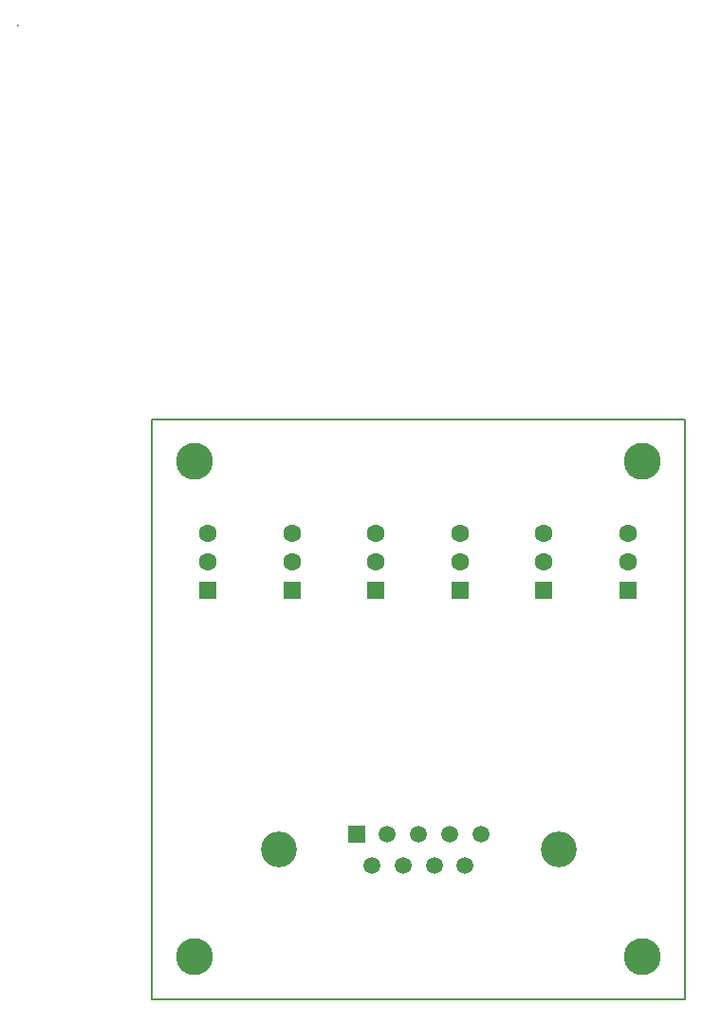
<source format=gbl>
G04 Layer_Physical_Order=2*
G04 Layer_Color=16711680*
%FSLAX25Y25*%
%MOIN*%
G70*
G01*
G75*
%ADD11C,0.00250*%
%ADD12C,0.00500*%
%ADD13C,0.06299*%
%ADD14R,0.06299X0.06299*%
%ADD15C,0.13000*%
%ADD16C,0.05905*%
%ADD17R,0.05905X0.05905*%
%ADD18C,0.12598*%
D11*
X-47071Y342250D02*
G03*
X-47071Y341750I0J-250D01*
G01*
X-46821Y342000D02*
G03*
X-47321Y342000I-250J0D01*
G01*
D12*
X0Y0D02*
X187500D01*
Y203500D01*
X0D02*
X187500D01*
X0Y0D02*
Y203500D01*
D13*
X19685Y163543D02*
D03*
Y153543D02*
D03*
X49213Y163386D02*
D03*
Y153386D02*
D03*
X78740Y163386D02*
D03*
Y153386D02*
D03*
X108268Y163543D02*
D03*
Y153543D02*
D03*
X137795Y163543D02*
D03*
Y153543D02*
D03*
X167323Y163543D02*
D03*
Y153543D02*
D03*
D14*
X19685Y143543D02*
D03*
X49213Y143386D02*
D03*
X78740D02*
D03*
X108268Y143543D02*
D03*
X137795D02*
D03*
X167323D02*
D03*
D15*
X172500Y189000D02*
D03*
X15000D02*
D03*
X172480Y15000D02*
D03*
X15000D02*
D03*
D16*
X110098Y46819D02*
D03*
X99193D02*
D03*
X88287D02*
D03*
X77382D02*
D03*
X115551Y58000D02*
D03*
X104646D02*
D03*
X93740D02*
D03*
X82835D02*
D03*
D17*
X71929D02*
D03*
D18*
X142933Y52410D02*
D03*
X44547D02*
D03*
M02*

</source>
